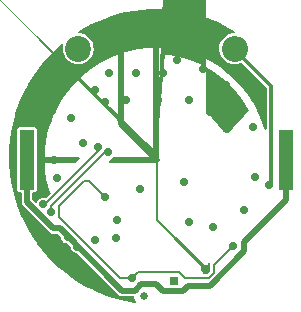
<source format=gbl>
G04 #@! TF.GenerationSoftware,KiCad,Pcbnew,8.0.5*
G04 #@! TF.CreationDate,2025-01-04T21:13:05-06:00*
G04 #@! TF.ProjectId,button_transmitter,62757474-6f6e-45f7-9472-616e736d6974,rev?*
G04 #@! TF.SameCoordinates,PX481dea0PY631a57d*
G04 #@! TF.FileFunction,Copper,L2,Bot*
G04 #@! TF.FilePolarity,Positive*
%FSLAX46Y46*%
G04 Gerber Fmt 4.6, Leading zero omitted, Abs format (unit mm)*
G04 Created by KiCad (PCBNEW 8.0.5) date 2025-01-04 21:13:05*
%MOMM*%
%LPD*%
G01*
G04 APERTURE LIST*
G04 Aperture macros list*
%AMFreePoly0*
4,1,19,0.500000,-0.750000,0.000000,-0.750000,0.000000,-0.744911,-0.071157,-0.744911,-0.207708,-0.704816,-0.327430,-0.627875,-0.420627,-0.520320,-0.479746,-0.390866,-0.500000,-0.250000,-0.500000,0.250000,-0.479746,0.390866,-0.420627,0.520320,-0.327430,0.627875,-0.207708,0.704816,-0.071157,0.744911,0.000000,0.744911,0.000000,0.750000,0.500000,0.750000,0.500000,-0.750000,0.500000,-0.750000,
$1*%
%AMFreePoly1*
4,1,177,0.747786,8.922355,1.334728,8.848455,1.915530,8.736072,2.487674,8.585696,3.048676,8.397977,3.596102,8.173731,4.127576,7.913930,4.640793,7.619703,5.133526,7.292325,5.603636,6.933218,6.049083,6.543939,6.467935,6.126177,6.858374,5.681746,7.218706,5.212574,7.547368,4.720697,7.842932,4.208249,7.842933,4.208249,7.843273,4.206336,7.844408,4.205294,7.844705,4.198282,
7.849428,4.171740,7.848425,4.169676,7.848766,4.167901,7.846209,4.162904,7.846358,4.159413,7.834190,4.139413,7.821900,4.126032,6.278103,2.445008,6.277776,2.444846,6.224884,2.387259,6.222047,2.385183,6.221059,2.383453,6.221059,2.383454,6.145666,2.330882,6.059356,2.299283,5.967841,2.290748,5.877176,2.305844,5.793363,2.343570,5.728297,2.396285,5.727004,2.396688,
5.723422,2.400235,5.721948,2.401430,5.721942,2.401424,5.721688,2.401952,5.719655,2.403967,4.461901,3.885481,4.400676,3.918954,4.327946,3.932999,4.254394,3.924222,4.210769,3.904302,3.514193,3.278674,3.483637,3.228192,3.466969,3.157044,3.473103,3.084228,3.501439,3.016871,3.505857,3.011754,5.222590,1.495668,5.223905,1.492977,5.227267,1.491058,5.279837,1.415664,
5.311433,1.329353,5.319966,1.237839,5.304871,1.147175,5.267147,1.063362,5.209290,0.991945,5.209292,0.991942,5.208925,0.991766,5.208789,0.991468,5.202924,0.986665,3.216460,-0.440428,3.184048,-0.469110,3.118103,-0.568781,3.080223,-0.682131,3.072995,-0.801424,3.096910,-0.918518,3.150338,-1.025423,3.229632,-1.114841,3.306346,-1.165469,3.326824,-1.169110,4.759340,-1.728473,
4.836437,-1.742974,4.954812,-1.739202,5.069576,-1.709945,5.175309,-1.656584,5.224713,-1.616210,8.455521,2.378329,8.473511,2.393309,8.485378,2.394563,8.495865,2.400265,8.499751,2.399116,8.523893,2.405756,8.558600,2.392697,8.579001,2.361732,8.579001,2.361731,8.717021,1.786482,8.816868,1.203393,8.878109,0.614996,8.900480,0.023844,8.883882,-0.567498,8.828389,-1.156465,
8.734239,-1.740501,8.601843,-2.317071,8.431775,-2.883673,8.224772,-3.437849,7.981733,-3.977195,7.703713,-4.499369,7.391917,-5.002107,7.047699,-5.483226,6.672552,-5.940639,6.268105,-6.372361,5.836112,-6.776518,5.378448,-7.151358,4.897098,-7.495253,4.394152,-7.806712,3.871791,-8.084382,3.332283,-8.327060,2.777968,-8.533691,2.211251,-8.703379,1.634593,-8.835389,1.050494,-8.929147,
0.461491,-8.984245,-0.129863,-9.000447,-0.721000,-8.977680,-1.309356,-8.916043,-1.892377,-8.815805,-2.467534,-8.677400,-3.032331,-8.501429,-3.584317,-8.288655,-4.121098,-8.040002,-4.640343,-7.756548,-5.139799,-7.439524,-5.617301,-7.090304,-6.070774,-6.710405,-6.498253,-6.301475,-6.897881,-5.865289,-7.267925,-5.403738,-7.606779,-4.918826,-7.912973,-4.412657,-8.185177,-3.887428,-8.422212,-3.345417,
-8.623048,-2.788976,-8.786814,-2.220520,-8.912800,-1.642515,-9.000457,-1.057470,-9.013958,-0.894862,2.583906,-0.894862,2.586364,-0.895843,2.585874,-0.893447,2.583906,-0.894862,-9.013958,-0.894862,-9.049407,-0.467924,-9.059437,0.123567,-9.030504,0.714434,-8.962732,1.302115,-8.856416,1.884058,-8.712017,2.457740,-8.530162,3.020670,-8.311640,3.570406,-8.057399,4.104563,-7.768543,4.620822,
-7.446324,5.116943,-7.092142,5.590775,-6.707532,6.040260,-6.294164,6.463448,-5.853831,6.858503,-5.388444,7.223711,-4.900023,7.557487,-4.390687,7.858382,-3.862646,8.125092,-3.318191,8.356458,-2.759685,8.551477,-2.189551,8.709303,-1.610263,8.829250,-1.024336,8.910799,-0.434310,8.953595,0.157253,8.957453,0.747786,8.922355,0.747786,8.922355,$1*%
G04 Aperture macros list end*
G04 #@! TA.AperFunction,ComponentPad*
%ADD10R,0.635000X0.635000*%
G04 #@! TD*
G04 #@! TA.AperFunction,ComponentPad*
%ADD11C,0.635000*%
G04 #@! TD*
G04 #@! TA.AperFunction,ComponentPad*
%ADD12C,2.200000*%
G04 #@! TD*
G04 #@! TA.AperFunction,ComponentPad*
%ADD13O,2.200000X2.200000*%
G04 #@! TD*
G04 #@! TA.AperFunction,ComponentPad*
%ADD14C,0.600000*%
G04 #@! TD*
G04 #@! TA.AperFunction,SMDPad,CuDef*
%ADD15FreePoly0,0.000000*%
G04 #@! TD*
G04 #@! TA.AperFunction,SMDPad,CuDef*
%ADD16FreePoly0,180.000000*%
G04 #@! TD*
G04 #@! TA.AperFunction,SMDPad,CuDef*
%ADD17R,1.270000X5.080000*%
G04 #@! TD*
G04 #@! TA.AperFunction,SMDPad,CuDef*
%ADD18FreePoly1,180.000000*%
G04 #@! TD*
G04 #@! TA.AperFunction,ViaPad*
%ADD19C,0.700000*%
G04 #@! TD*
G04 #@! TA.AperFunction,Conductor*
%ADD20C,0.500000*%
G04 #@! TD*
G04 #@! TA.AperFunction,Conductor*
%ADD21C,0.300000*%
G04 #@! TD*
G04 #@! TA.AperFunction,Conductor*
%ADD22C,0.200000*%
G04 #@! TD*
G04 APERTURE END LIST*
D10*
X1500000Y-10488075D03*
D11*
X-1040001Y-11758075D03*
D12*
X-6630000Y9156925D03*
D13*
X6610000Y9156925D03*
D14*
X-3000000Y10926925D03*
D15*
X-3000000Y10926925D03*
D14*
X3000000Y10926925D03*
D16*
X3000000Y10926925D03*
D17*
X10985000Y-253075D03*
X-10985000Y-253075D03*
D18*
X-80000Y-273075D03*
D19*
X-6710000Y-7613075D03*
X-7530000Y-6783075D03*
X-3420000Y-6843075D03*
X5848862Y6066131D03*
X-8730000Y-273075D03*
X2730000Y4776925D03*
X8170000Y2526925D03*
X1730000Y8206925D03*
X-4020000Y7086925D03*
X4490000Y3776925D03*
X-1380000Y-2723075D03*
X-5230000Y-7053075D03*
X7410000Y-4543075D03*
X-8413720Y-1824957D03*
X2700000Y-5523075D03*
X-10040000Y3026925D03*
X80000Y4826925D03*
X4770000Y-5963075D03*
X2330000Y-2103075D03*
X-6270000Y1206925D03*
X-8910000Y5776925D03*
X8290000Y-1673075D03*
X-2550000Y4826925D03*
X-5240000Y5666925D03*
X-3330000Y-5363075D03*
X7720000Y6236925D03*
X-4340000Y4626925D03*
X3899999Y7432245D03*
X4120000Y-9523075D03*
X536898Y7106031D03*
X-1741551Y7086925D03*
X-7250000Y3256925D03*
X-8950000Y-4683075D03*
X-4080000Y406925D03*
X-4960000Y826925D03*
X-9620000Y-4033075D03*
X-2090000Y-10283075D03*
X6480000Y-7513075D03*
X-4380000Y-3393075D03*
X9510000Y-2403075D03*
D20*
X560000Y-11403075D02*
X2230000Y-11403075D01*
X-1300000Y-10773075D02*
X-70000Y-10773075D01*
X-10985000Y-3838075D02*
X-8760000Y-6063075D01*
X-8760000Y-6063075D02*
X-8210000Y-6063075D01*
X7420000Y-8013075D02*
X7420000Y-7223075D01*
X-10985000Y-250000D02*
X-10985000Y-3838075D01*
X10985000Y-3658075D02*
X10985000Y-250000D01*
X-1870000Y-11343075D02*
X-1300000Y-10773075D01*
X4490000Y-10943075D02*
X7420000Y-8013075D01*
X2690000Y-10943075D02*
X4490000Y-10943075D01*
X7420000Y-7223075D02*
X10985000Y-3658075D01*
X-8210000Y-6063075D02*
X-2930000Y-11343075D01*
X2230000Y-11403075D02*
X2690000Y-10943075D01*
X-70000Y-10773075D02*
X560000Y-11403075D01*
X-2930000Y-11343075D02*
X-1870000Y-11343075D01*
X-3000000Y2750000D02*
X0Y-250000D01*
D21*
X4120000Y-9453075D02*
X1650000Y-6983075D01*
D22*
X15000Y-258075D02*
X15000Y-5348075D01*
D20*
X-3000000Y10926925D02*
X-3000000Y2750000D01*
D21*
X4120000Y-9523075D02*
X4120000Y-9453075D01*
D22*
X15000Y-5348075D02*
X2575000Y-7908075D01*
X-4340000Y406925D02*
X-8950000Y-4203075D01*
X-4080000Y406925D02*
X-4340000Y406925D01*
X-8950000Y-4203075D02*
X-8950000Y-4683075D01*
X-4810000Y776925D02*
X-4810000Y616925D01*
X-9460000Y-4033075D02*
X-9620000Y-4033075D01*
X-4960000Y826925D02*
X-4860000Y826925D01*
X-4810000Y616925D02*
X-9460000Y-4033075D01*
X-4860000Y826925D02*
X-4810000Y776925D01*
X6480000Y-7513075D02*
X4820000Y-9173075D01*
X-8270000Y-4143075D02*
X-6150000Y-2023075D01*
X-8270000Y-5121817D02*
X-8270000Y-4143075D01*
X-6150000Y-2023075D02*
X-5750000Y-2023075D01*
X-2090000Y-10283075D02*
X-3108742Y-10283075D01*
X4820000Y-9803075D02*
X4400000Y-10223075D01*
X2380000Y-10223075D02*
X1910000Y-9753075D01*
X4400000Y-10223075D02*
X2380000Y-10223075D01*
X4820000Y-9173075D02*
X4820000Y-9803075D01*
X-3108742Y-10283075D02*
X-8270000Y-5121817D01*
X-5750000Y-2023075D02*
X-4380000Y-3393075D01*
X-1560000Y-9753075D02*
X-2090000Y-10283075D01*
X1910000Y-9753075D02*
X-1560000Y-9753075D01*
D21*
X9670000Y-2243075D02*
X9670000Y5956925D01*
X6610000Y9016925D02*
X6610000Y9156925D01*
X9670000Y5956925D02*
X6610000Y9016925D01*
X9510000Y-2403075D02*
X9670000Y-2243075D01*
G04 #@! TA.AperFunction,Conductor*
G36*
X179690Y12501135D02*
G01*
X881126Y12471338D01*
X886651Y12470947D01*
X1585263Y12401516D01*
X1590807Y12400805D01*
X2284357Y12291964D01*
X2289814Y12290948D01*
X2976097Y12143043D01*
X2981521Y12141713D01*
X3658341Y11955216D01*
X3663652Y11953589D01*
X4091224Y11809291D01*
X4328821Y11729106D01*
X4334078Y11727165D01*
X4985475Y11465412D01*
X4990578Y11463193D01*
X5538374Y11206176D01*
X5626144Y11164996D01*
X5631147Y11162473D01*
X6248795Y10828813D01*
X6253647Y10826011D01*
X6560320Y10637185D01*
X6599958Y10590575D01*
X6604629Y10529569D01*
X6572549Y10477468D01*
X6517042Y10454261D01*
X6383315Y10442562D01*
X6163499Y10383663D01*
X5957276Y10287499D01*
X5957262Y10287491D01*
X5770869Y10156979D01*
X5770867Y10156978D01*
X5609947Y9996058D01*
X5609946Y9996056D01*
X5479434Y9809663D01*
X5479426Y9809649D01*
X5383262Y9603426D01*
X5324363Y9383610D01*
X5304532Y9156929D01*
X5304532Y9156922D01*
X5324363Y8930241D01*
X5324364Y8930234D01*
X5324365Y8930233D01*
X5347708Y8843115D01*
X5383262Y8710425D01*
X5479426Y8504202D01*
X5479434Y8504188D01*
X5609946Y8317795D01*
X5609947Y8317793D01*
X5609950Y8317790D01*
X5609953Y8317786D01*
X5770861Y8156878D01*
X5770864Y8156876D01*
X5770867Y8156873D01*
X5770869Y8156872D01*
X5802689Y8134592D01*
X5957266Y8026357D01*
X5957272Y8026354D01*
X5957276Y8026352D01*
X6064915Y7976159D01*
X6127742Y7946862D01*
X6163500Y7930188D01*
X6163504Y7930186D01*
X6383308Y7871290D01*
X6383312Y7871290D01*
X6383315Y7871289D01*
X6609997Y7851457D01*
X6610000Y7851457D01*
X6610003Y7851457D01*
X6836684Y7871289D01*
X6836685Y7871290D01*
X6836692Y7871290D01*
X7056496Y7930186D01*
X7092257Y7946863D01*
X7152986Y7954319D01*
X7204101Y7927142D01*
X9290504Y5840739D01*
X9318281Y5786222D01*
X9319500Y5770735D01*
X9319500Y2380089D01*
X9300593Y2321898D01*
X9251093Y2285934D01*
X9189907Y2285934D01*
X9140407Y2321898D01*
X9124519Y2355827D01*
X9123941Y2358111D01*
X9114730Y2390089D01*
X8932229Y2953151D01*
X8920936Y2984441D01*
X8701761Y3534268D01*
X8688435Y3564740D01*
X8433534Y4098950D01*
X8418228Y4128483D01*
X8128718Y4644736D01*
X8111498Y4673202D01*
X7788616Y5169293D01*
X7769559Y5196564D01*
X7414734Y5670298D01*
X7393927Y5696250D01*
X7008661Y6145621D01*
X6986202Y6170134D01*
X6572195Y6593155D01*
X6548158Y6616151D01*
X6107182Y7011011D01*
X6081694Y7032363D01*
X5615722Y7397304D01*
X5588837Y7416966D01*
X5099852Y7750432D01*
X5071744Y7768275D01*
X4561850Y8068834D01*
X4532658Y8084769D01*
X4004053Y8351121D01*
X3973886Y8365096D01*
X3428899Y8596066D01*
X3397844Y8608036D01*
X2838874Y8802609D01*
X2807092Y8812511D01*
X2236496Y8969870D01*
X2204168Y8977650D01*
X1624438Y9097103D01*
X1591655Y9102740D01*
X1005324Y9183766D01*
X972262Y9187230D01*
X381846Y9229479D01*
X348590Y9230759D01*
X170000Y9231751D01*
X170000Y-424075D01*
X151093Y-482266D01*
X101593Y-518230D01*
X71000Y-523075D01*
X-3950325Y-523075D01*
X-4008516Y-504168D01*
X-4044480Y-454668D01*
X-4044480Y-393482D01*
X-4008516Y-343982D01*
X-4008085Y-343671D01*
X-3587687Y-41671D01*
X-3529927Y-23075D01*
X-330001Y-23075D01*
X-330000Y-23074D01*
X-330000Y9229906D01*
X-867349Y9197446D01*
X-900499Y9194345D01*
X-1487639Y9119841D01*
X-1520520Y9114563D01*
X-2101518Y9001560D01*
X-2133940Y8994138D01*
X-2706281Y8843115D01*
X-2738119Y8833582D01*
X-3299258Y8645213D01*
X-3330430Y8633593D01*
X-3877928Y8408699D01*
X-3908261Y8395055D01*
X-4439786Y8134592D01*
X-4469158Y8118979D01*
X-4982370Y7824093D01*
X-5010655Y7806577D01*
X-5503332Y7478546D01*
X-5530389Y7459217D01*
X-6000427Y7099443D01*
X-6026168Y7078360D01*
X-6471476Y6688442D01*
X-6495756Y6665727D01*
X-6914449Y6247315D01*
X-6937165Y6223068D01*
X-7327420Y5777978D01*
X-7348501Y5752274D01*
X-7708572Y5282499D01*
X-7727920Y5255457D01*
X-8056300Y4762968D01*
X-8073824Y4734712D01*
X-8369055Y4221695D01*
X-8384696Y4192320D01*
X-8645507Y3660987D01*
X-8659174Y3630656D01*
X-8884436Y3083307D01*
X-8896079Y3052141D01*
X-9084823Y2491132D01*
X-9094376Y2459306D01*
X-9245783Y1887063D01*
X-9253228Y1854639D01*
X-9366622Y1273713D01*
X-9371915Y1240877D01*
X-9446819Y653725D01*
X-9449938Y620628D01*
X-9486024Y29808D01*
X-9486958Y-3433D01*
X-9486861Y-23074D01*
X-9486860Y-23075D01*
X-6619358Y-23075D01*
X-6561167Y-41982D01*
X-6525203Y-91482D01*
X-6525203Y-152668D01*
X-6542200Y-184104D01*
X-6784984Y-486104D01*
X-6836179Y-519610D01*
X-6862142Y-523075D01*
X-9484420Y-523075D01*
X-9484067Y-595343D01*
X-9482810Y-628572D01*
X-9440959Y-1218979D01*
X-9437512Y-1252085D01*
X-9356881Y-1838462D01*
X-9351267Y-1871253D01*
X-9232211Y-2451023D01*
X-9224426Y-2483454D01*
X-9145922Y-2768717D01*
X-9145919Y-2768730D01*
X-9140746Y-2787537D01*
X-9132311Y-2815104D01*
X-9132303Y-2815125D01*
X-9067425Y-2943372D01*
X-9067420Y-2943379D01*
X-9001299Y-3013796D01*
X-8975249Y-3069159D01*
X-8986716Y-3129260D01*
X-9003465Y-3151566D01*
X-9339255Y-3487357D01*
X-9393772Y-3515135D01*
X-9447144Y-3508818D01*
X-9476291Y-3496745D01*
X-9476292Y-3496744D01*
X-9620000Y-3477825D01*
X-9763709Y-3496744D01*
X-9763710Y-3496745D01*
X-9897622Y-3552212D01*
X-9897626Y-3552214D01*
X-10012619Y-3640452D01*
X-10012623Y-3640456D01*
X-10100861Y-3755449D01*
X-10100863Y-3755453D01*
X-10140716Y-3851669D01*
X-10180452Y-3898195D01*
X-10239947Y-3912479D01*
X-10296475Y-3889064D01*
X-10302184Y-3883788D01*
X-10505504Y-3680468D01*
X-10533281Y-3625951D01*
X-10534500Y-3610464D01*
X-10534500Y-3092575D01*
X-10515593Y-3034384D01*
X-10466093Y-2998420D01*
X-10435500Y-2993575D01*
X-10330253Y-2993575D01*
X-10330252Y-2993575D01*
X-10271769Y-2981942D01*
X-10205448Y-2937627D01*
X-10161133Y-2871306D01*
X-10149500Y-2812823D01*
X-10149500Y2306673D01*
X-10161133Y2365156D01*
X-10205448Y2431477D01*
X-10205452Y2431480D01*
X-10271767Y2475791D01*
X-10271769Y2475792D01*
X-10271772Y2475793D01*
X-10271773Y2475793D01*
X-10330242Y2487424D01*
X-10330252Y2487425D01*
X-11639748Y2487425D01*
X-11639749Y2487425D01*
X-11639759Y2487424D01*
X-11698228Y2475793D01*
X-11698234Y2475791D01*
X-11764549Y2431480D01*
X-11764555Y2431474D01*
X-11808866Y2365159D01*
X-11808868Y2365153D01*
X-11820499Y2306684D01*
X-11820500Y2306672D01*
X-11820500Y-2812821D01*
X-11820499Y-2812833D01*
X-11808868Y-2871302D01*
X-11808866Y-2871308D01*
X-11781533Y-2912214D01*
X-11764552Y-2937627D01*
X-11698231Y-2981942D01*
X-11653769Y-2990786D01*
X-11639759Y-2993573D01*
X-11639754Y-2993573D01*
X-11639748Y-2993575D01*
X-11534500Y-2993575D01*
X-11476309Y-3012482D01*
X-11440345Y-3061982D01*
X-11435500Y-3092575D01*
X-11435500Y-3897384D01*
X-11431585Y-3911995D01*
X-11418023Y-3962611D01*
X-11418022Y-3962613D01*
X-11418021Y-3962615D01*
X-11404799Y-4011962D01*
X-11404798Y-4011964D01*
X-11404797Y-4011967D01*
X-11345493Y-4114684D01*
X-11345491Y-4114686D01*
X-11345489Y-4114689D01*
X-9036614Y-6423564D01*
X-9036612Y-6423565D01*
X-9036610Y-6423567D01*
X-8933893Y-6482871D01*
X-8933891Y-6482872D01*
X-8933887Y-6482874D01*
X-8909678Y-6489359D01*
X-8909675Y-6489362D01*
X-8909674Y-6489361D01*
X-8819312Y-6513574D01*
X-8819310Y-6513575D01*
X-8819309Y-6513575D01*
X-8437611Y-6513575D01*
X-8379420Y-6532482D01*
X-8367607Y-6542571D01*
X-8102668Y-6807510D01*
X-8074891Y-6862027D01*
X-8074519Y-6864590D01*
X-8066330Y-6926785D01*
X-8010863Y-7060696D01*
X-8010861Y-7060700D01*
X-7922621Y-7175696D01*
X-7807625Y-7263936D01*
X-7673709Y-7319405D01*
X-7611518Y-7327592D01*
X-7556294Y-7353933D01*
X-7554437Y-7355741D01*
X-7284184Y-7625994D01*
X-7256407Y-7680511D01*
X-7256035Y-7683075D01*
X-7246330Y-7756784D01*
X-7206850Y-7852100D01*
X-7190861Y-7890700D01*
X-7102621Y-8005696D01*
X-6987625Y-8093936D01*
X-6853709Y-8149405D01*
X-6780004Y-8159108D01*
X-6724778Y-8185449D01*
X-6722922Y-8187256D01*
X-3206614Y-11703565D01*
X-3103886Y-11762874D01*
X-2989309Y-11793575D01*
X-2989307Y-11793575D01*
X-1980095Y-11793575D01*
X-1921904Y-11812482D01*
X-1885940Y-11861982D01*
X-1881637Y-11882225D01*
X-1876009Y-11935774D01*
X-1820793Y-12105709D01*
X-1820791Y-12105714D01*
X-1758206Y-12214113D01*
X-1745484Y-12273961D01*
X-1770370Y-12329857D01*
X-1823358Y-12360450D01*
X-1856516Y-12361811D01*
X-1935572Y-12351688D01*
X-1941108Y-12350819D01*
X-2631253Y-12222402D01*
X-2636731Y-12221222D01*
X-3318529Y-12053961D01*
X-3323930Y-12052473D01*
X-3995175Y-11846907D01*
X-4000484Y-11845115D01*
X-4659003Y-11601910D01*
X-4664203Y-11599821D01*
X-5193881Y-11369362D01*
X-5307932Y-11319739D01*
X-5313004Y-11317359D01*
X-5939851Y-11001309D01*
X-5944781Y-10998645D01*
X-6552719Y-10647651D01*
X-6557490Y-10644714D01*
X-7144618Y-10259876D01*
X-7149216Y-10256673D01*
X-7713632Y-9839233D01*
X-7718041Y-9835775D01*
X-7871232Y-9708459D01*
X-8257946Y-9387063D01*
X-8262131Y-9383379D01*
X-8513042Y-9149623D01*
X-8775781Y-8904846D01*
X-8779771Y-8900912D01*
X-9129556Y-8535954D01*
X-9265530Y-8394082D01*
X-9269264Y-8389959D01*
X-9725587Y-7856437D01*
X-9729089Y-7852100D01*
X-10088178Y-7380681D01*
X-10154485Y-7293632D01*
X-10157752Y-7289080D01*
X-10550849Y-6707474D01*
X-10553854Y-6702745D01*
X-10913421Y-6099824D01*
X-10916154Y-6094933D01*
X-11077392Y-5786088D01*
X-11241050Y-5472609D01*
X-11243496Y-5467581D01*
X-11257700Y-5436159D01*
X-11532665Y-4827868D01*
X-11534821Y-4822712D01*
X-11659375Y-4499605D01*
X-11787324Y-4167691D01*
X-11789186Y-4162420D01*
X-11837601Y-4011967D01*
X-11985546Y-3552212D01*
X-12004228Y-3494157D01*
X-12005793Y-3488777D01*
X-12092795Y-3154642D01*
X-12182693Y-2809386D01*
X-12183942Y-2803960D01*
X-12322119Y-2115664D01*
X-12323060Y-2110174D01*
X-12422077Y-1415157D01*
X-12422708Y-1409602D01*
X-12482244Y-710099D01*
X-12482558Y-704551D01*
X-12502425Y-2790D01*
X-12502425Y2802D01*
X-12501660Y29808D01*
X-12482558Y704554D01*
X-12482244Y710098D01*
X-12422707Y1409619D01*
X-12422075Y1415170D01*
X-12323060Y2110181D01*
X-12322120Y2115659D01*
X-12183941Y2803969D01*
X-12182695Y2809379D01*
X-12005792Y3488783D01*
X-12004228Y3494158D01*
X-11960304Y3630656D01*
X-11789179Y4162444D01*
X-11787328Y4167681D01*
X-11534810Y4822740D01*
X-11532670Y4827857D01*
X-11243484Y5467608D01*
X-11241057Y5472596D01*
X-10916148Y6094946D01*
X-10913421Y6099825D01*
X-10871490Y6170134D01*
X-10553843Y6702765D01*
X-10550861Y6707457D01*
X-10157744Y7289093D01*
X-10154485Y7293633D01*
X-9729075Y7852118D01*
X-9725602Y7856421D01*
X-9269248Y8389978D01*
X-9265546Y8394066D01*
X-8779769Y8900916D01*
X-8775781Y8904847D01*
X-8262112Y9383398D01*
X-8257949Y9387062D01*
X-8055885Y9554996D01*
X-7999048Y9577647D01*
X-7939750Y9562565D01*
X-7900643Y9515510D01*
X-7896663Y9454454D01*
X-7896981Y9453235D01*
X-7915637Y9383611D01*
X-7935468Y9156929D01*
X-7935468Y9156922D01*
X-7915637Y8930241D01*
X-7915636Y8930234D01*
X-7915635Y8930233D01*
X-7892292Y8843115D01*
X-7856738Y8710425D01*
X-7760574Y8504202D01*
X-7760566Y8504188D01*
X-7630054Y8317795D01*
X-7630053Y8317793D01*
X-7630050Y8317790D01*
X-7630047Y8317786D01*
X-7469139Y8156878D01*
X-7469136Y8156876D01*
X-7469133Y8156873D01*
X-7469131Y8156872D01*
X-7437311Y8134592D01*
X-7282734Y8026357D01*
X-7282728Y8026354D01*
X-7282724Y8026352D01*
X-7175085Y7976159D01*
X-7112258Y7946862D01*
X-7076500Y7930188D01*
X-7076496Y7930186D01*
X-6856692Y7871290D01*
X-6856688Y7871290D01*
X-6856685Y7871289D01*
X-6630003Y7851457D01*
X-6630000Y7851457D01*
X-6629997Y7851457D01*
X-6403316Y7871289D01*
X-6403315Y7871290D01*
X-6403308Y7871290D01*
X-6183504Y7930186D01*
X-5977266Y8026357D01*
X-5790861Y8156878D01*
X-5629953Y8317786D01*
X-5499432Y8504191D01*
X-5403261Y8710429D01*
X-5344365Y8930233D01*
X-5340216Y8977650D01*
X-5324532Y9156922D01*
X-5324532Y9156929D01*
X-5344364Y9383610D01*
X-5344365Y9383613D01*
X-5344365Y9383617D01*
X-5403261Y9603421D01*
X-5499432Y9809659D01*
X-5542939Y9871794D01*
X-5629947Y9996056D01*
X-5629948Y9996058D01*
X-5629951Y9996061D01*
X-5629953Y9996064D01*
X-5790861Y10156972D01*
X-5790865Y10156975D01*
X-5790868Y10156978D01*
X-5790870Y10156979D01*
X-5977263Y10287491D01*
X-5977264Y10287492D01*
X-5977266Y10287493D01*
X-5977269Y10287495D01*
X-5977277Y10287499D01*
X-6183501Y10383663D01*
X-6183500Y10383663D01*
X-6256772Y10403296D01*
X-6403308Y10442560D01*
X-6403309Y10442561D01*
X-6403316Y10442562D01*
X-6526972Y10453380D01*
X-6583294Y10477287D01*
X-6614807Y10529733D01*
X-6609474Y10590685D01*
X-6572617Y10634800D01*
X-6557471Y10644728D01*
X-6552740Y10647641D01*
X-5944766Y10998655D01*
X-5939867Y11001302D01*
X-5533530Y11206173D01*
X2291450Y11206173D01*
X2291450Y11147680D01*
X2293492Y11133481D01*
X2294500Y11119388D01*
X2294500Y10734464D01*
X2293491Y10720373D01*
X2291450Y10706170D01*
X2291450Y10647679D01*
X2291874Y10644728D01*
X2293492Y10633477D01*
X2294500Y10619388D01*
X2294500Y10176924D01*
X2299651Y10131198D01*
X2339334Y10048798D01*
X2410837Y9991776D01*
X2500000Y9971425D01*
X3071893Y9971425D01*
X3104972Y9976182D01*
X3129785Y9979749D01*
X3267740Y10020256D01*
X3320945Y10044554D01*
X3441899Y10122286D01*
X3486105Y10160591D01*
X3580259Y10269252D01*
X3611881Y10318457D01*
X3671609Y10449242D01*
X3688088Y10505364D01*
X3700340Y10590575D01*
X3708550Y10647675D01*
X3708550Y10706173D01*
X3706508Y10720373D01*
X3705500Y10734464D01*
X3705500Y11119388D01*
X3706508Y11133481D01*
X3708550Y11147680D01*
X3708550Y11206176D01*
X3688088Y11348484D01*
X3688087Y11348488D01*
X3671610Y11404603D01*
X3671609Y11404608D01*
X3611881Y11535393D01*
X3611875Y11535403D01*
X3580264Y11584591D01*
X3580255Y11584604D01*
X3486113Y11693250D01*
X3486111Y11693252D01*
X3486105Y11693259D01*
X3441899Y11731564D01*
X3441896Y11731567D01*
X3441891Y11731570D01*
X3320954Y11809291D01*
X3320947Y11809295D01*
X3320945Y11809296D01*
X3267740Y11833594D01*
X3267735Y11833596D01*
X3267734Y11833596D01*
X3129786Y11874101D01*
X3129782Y11874102D01*
X3071893Y11882425D01*
X3071889Y11882425D01*
X2500000Y11882425D01*
X2499998Y11882425D01*
X2454272Y11877274D01*
X2371872Y11837591D01*
X2314850Y11766088D01*
X2294500Y11676925D01*
X2294500Y11234464D01*
X2293492Y11220372D01*
X2291450Y11206173D01*
X-5533530Y11206173D01*
X-5312976Y11317374D01*
X-5307961Y11319727D01*
X-4664169Y11599836D01*
X-4659037Y11601898D01*
X-4000460Y11845125D01*
X-3995201Y11846900D01*
X-3323914Y12052479D01*
X-3318546Y12053958D01*
X-2636713Y12221228D01*
X-2631271Y12222400D01*
X-1941076Y12350826D01*
X-1935605Y12351685D01*
X-1239217Y12440860D01*
X-1233691Y12441409D01*
X-533406Y12491042D01*
X-527838Y12491279D01*
X174139Y12501213D01*
X179690Y12501135D01*
G37*
G04 #@! TD.AperFunction*
G04 #@! TA.AperFunction,Conductor*
G36*
X4498611Y-9022393D02*
G01*
X4526029Y-9077092D01*
X4523775Y-9117555D01*
X4519500Y-9133509D01*
X4519500Y-9637596D01*
X4500593Y-9695787D01*
X4490504Y-9707600D01*
X4304525Y-9893579D01*
X4250008Y-9921356D01*
X4234521Y-9922575D01*
X4049264Y-9922575D01*
X3991073Y-9903668D01*
X3955109Y-9854168D01*
X3955109Y-9792982D01*
X3961352Y-9778050D01*
X4340239Y-9046405D01*
X4383785Y-9003430D01*
X4444279Y-8994257D01*
X4498611Y-9022393D01*
G37*
G04 #@! TD.AperFunction*
M02*

</source>
